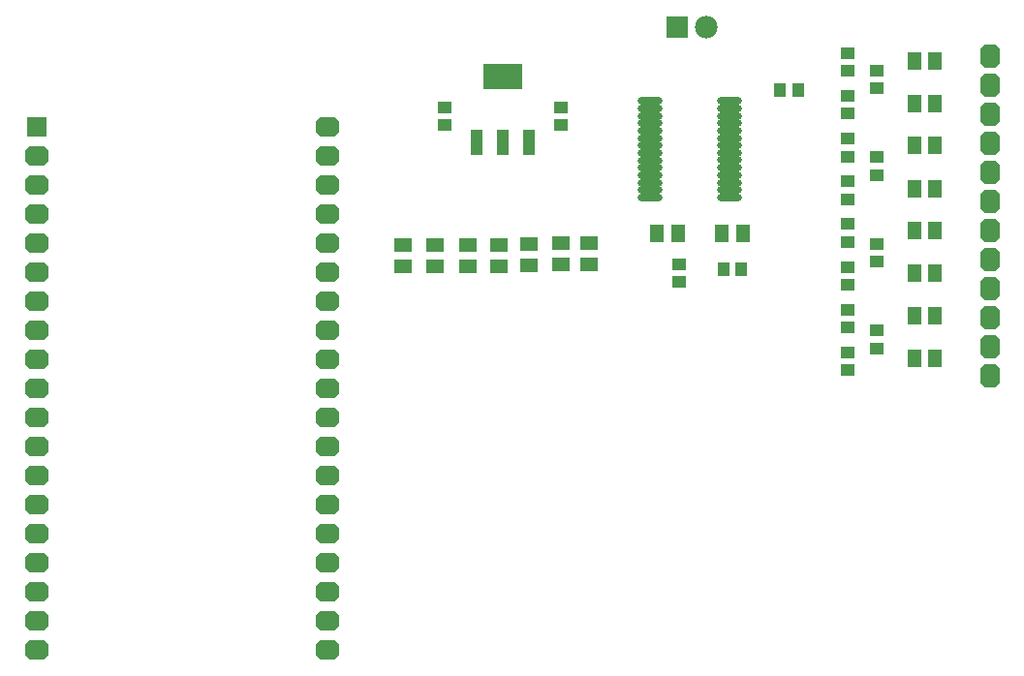
<source format=gts>
%FSTAX23Y23*%
%MOIN*%
%SFA1B1*%

%IPPOS*%
%AMD30*
4,1,8,0.024000,0.034700,-0.024000,0.034700,-0.041400,0.017400,-0.041400,-0.017400,-0.024000,-0.034700,0.024000,-0.034700,0.041400,-0.017400,0.041400,0.017400,0.024000,0.034700,0.0*
%
%AMD31*
4,1,8,-0.033500,0.024600,-0.033500,-0.024600,-0.016800,-0.041400,0.016800,-0.041400,0.033500,-0.024600,0.033500,0.024600,0.016800,0.041400,-0.016800,0.041400,-0.033500,0.024600,0.0*
%
%ADD20R,0.063910X0.047370*%
%ADD21R,0.046190X0.044220*%
%ADD22R,0.047370X0.063910*%
%ADD23R,0.044220X0.046190*%
%ADD24O,0.084770X0.027690*%
%ADD25R,0.043430X0.090680*%
%ADD26R,0.133980X0.090680*%
%ADD27C,0.078280*%
%ADD28R,0.078280X0.078280*%
%ADD29R,0.069420X0.069420*%
G04~CAMADD=30~4~0.0~0.0~828.0~694.2~0.0~173.6~0~0.0~0.0~0.0~0.0~0~0.0~0.0~0.0~0.0~0~0.0~0.0~0.0~0.0~828.0~694.2*
%ADD30D30*%
G04~CAMADD=31~4~0.0~0.0~828.0~670.6~0.0~167.7~0~0.0~0.0~0.0~0.0~0~0.0~0.0~0.0~0.0~0~0.0~0.0~0.0~90.0~670.0~828.0*
%ADD31D31*%
%LNpcb1-1*%
%LPD*%
%SRX1Y1I0J0*%
G54D20*
X01915Y01741D03*
Y01668D03*
X0213Y01746D03*
Y01673D03*
X02225D03*
Y01746D03*
X0202Y0167D03*
Y01743D03*
X0181Y01668D03*
Y01741D03*
X01695Y01668D03*
Y01741D03*
X01585Y01668D03*
Y01741D03*
G54D21*
X03215Y02279D03*
Y0234D03*
Y01981D03*
Y02042D03*
Y01683D03*
Y01744D03*
Y01385D03*
Y01446D03*
X03115Y01751D03*
Y01812D03*
Y01665D03*
Y01604D03*
Y01457D03*
Y01518D03*
Y01371D03*
Y0131D03*
X02535Y01614D03*
Y01675D03*
X03115Y02339D03*
Y024D03*
Y02253D03*
Y02192D03*
Y02045D03*
Y02106D03*
Y01959D03*
Y01898D03*
X0213Y02215D03*
Y02154D03*
X0173Y02215D03*
Y02154D03*
G54D22*
X03418Y0135D03*
X03345D03*
X03418Y01496D03*
X03345D03*
X02533Y01779D03*
X02459D03*
X02757Y0178D03*
X02683D03*
X03418Y01642D03*
X03345D03*
X03418Y01789D03*
X03345D03*
X03418Y01935D03*
X03345D03*
X03418Y02082D03*
X03345D03*
X03418Y02228D03*
X03345D03*
X03418Y02375D03*
X03345D03*
G54D23*
X0275Y01658D03*
X02689D03*
X02945Y02275D03*
X02884D03*
G54D24*
X02438Y02185D03*
Y0216D03*
Y02134D03*
Y02108D03*
Y02083D03*
Y02057D03*
Y02031D03*
Y02006D03*
X02711Y02185D03*
Y0216D03*
Y02134D03*
Y02108D03*
Y02083D03*
Y02057D03*
Y02032D03*
Y02006D03*
Y01981D03*
Y01955D03*
Y01929D03*
Y01904D03*
Y02236D03*
Y02211D03*
X02438Y02236D03*
Y02211D03*
Y0198D03*
Y01955D03*
Y01929D03*
Y01904D03*
G54D25*
X01839Y02095D03*
X0193D03*
X0202D03*
G54D26*
X0193Y02319D03*
G54D27*
X0263Y0249D03*
G54D28*
X0253Y0249D03*
G54D29*
X00325Y02147D03*
G54D30*
X00325Y02047D03*
Y00347D03*
Y01947D03*
Y01847D03*
Y01747D03*
Y01647D03*
Y01547D03*
Y01447D03*
Y01347D03*
Y01247D03*
Y01147D03*
Y01047D03*
Y00947D03*
Y00847D03*
Y00747D03*
Y00647D03*
Y00547D03*
Y00447D03*
X01325Y02147D03*
Y02047D03*
Y01947D03*
Y01847D03*
Y01747D03*
Y01647D03*
Y01547D03*
Y01447D03*
Y01347D03*
Y01247D03*
Y01147D03*
Y01047D03*
Y00947D03*
Y00847D03*
Y00747D03*
Y00647D03*
Y00547D03*
Y00447D03*
Y00347D03*
G54D31*
X03605Y0239D03*
Y0229D03*
Y0219D03*
Y0209D03*
Y0199D03*
Y0189D03*
Y0179D03*
Y0169D03*
Y0159D03*
Y0149D03*
Y0139D03*
Y0129D03*
M02*
</source>
